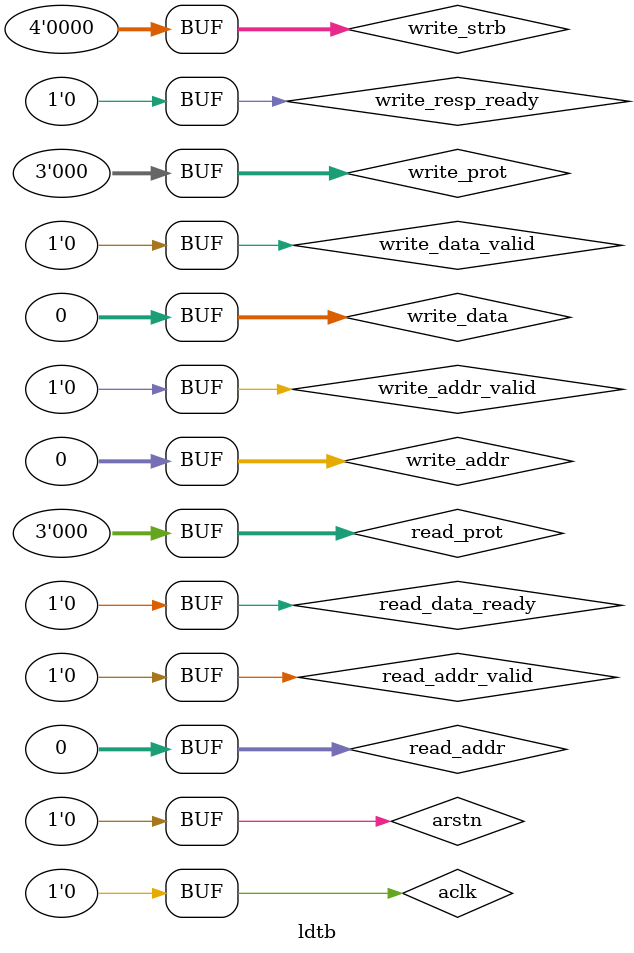
<source format=v>
`timescale 1ns / 1ps


module ldtb(

    );
    //clock and reset_n signals
	reg aclk =1'b0;
	reg arstn = 1'b0;

	
	//Write Address channel (AW)
	reg [31:0] write_addr =32'd0;	//Master write address
	reg [2:0] write_prot = 3'd0;	//type of write(leave at 0)
	reg write_addr_valid = 1'b0;	//master indicating address is valid
	wire write_addr_ready;		//slave ready to receive address

	//Write Data Channel (W)
	reg [31:0] write_data = 32'd0;	//Master write data
	reg [3:0] write_strb = 4'd0;	//Master byte-wise write strobe
	reg write_data_valid = 1'b0;	//Master indicating write data is valid
	wire write_data_ready;		//slave ready to receive data

	//Write Response Channel (WR)
	reg write_resp_ready = 1'b0;	//Master ready to receive write response
	wire [1:0] write_resp;		//slave write response
	wire write_resp_valid;		//slave response valid
	
	//Read Address channel (AR)
	reg [31:0] read_addr = 32'd0;	//Master read address
	reg [2:0] read_prot =3'd0;	//type of read(leave at 0)
	reg read_addr_valid = 1'b0;	//Master indicating address is valid
	wire read_addr_ready;		//slave ready to receive address

	//Read Data Channel (R)
	reg read_data_ready = 1'b0;	//Master indicating ready to receive data
	wire [31:0] read_data;		//slave read data
	wire [1:0] read_resp;		//slave read response
	wire read_data_valid;		//slave indicating data in channel is valid

	//LED output of the IPcore
	wire [3:0] LED; 
	

	//Instantiation of LED IP
	LED_CONTROLLER_v1_0_S00_AXI # (
		.C_S_AXI_DATA_WIDTH(32),
		.C_S_AXI_ADDR_WIDTH(32)
	) uut (
		.o_LED(LED),
		.s_axi_aclk(aclk),
		.s_axi_aresetn(arstn),

		.s_axi_awaddr(write_addr),
		.s_axi_awprot(write_prot),
		.s_axi_awvalid(write_addr_valid),
		.s_axi_awready(write_addr_ready),

		.s_axi_wdata(write_data),
		.s_axi_wstrb(write_strb),
		.s_axi_wvalid(write_data_valid),
		.s_axi_wready(write_data_ready),

		.s_axi_bresp(write_resp),
		.s_axi_bvalid(write_resp_valid),
		.s_axi_bready(write_resp_ready),

		.s_axi_araddr(read_addr),
		.s_axi_arprot(read_prot),
		.s_axi_arvalid(read_addr_valid),
		.s_axi_arready(read_addr_ready),

		.s_axi_rdata(read_data),
		.s_axi_rresp(read_resp),
		.s_axi_rvalid(read_data_valid),
		.s_axi_rready(read_data_ready)
	);
	
endmodule

</source>
